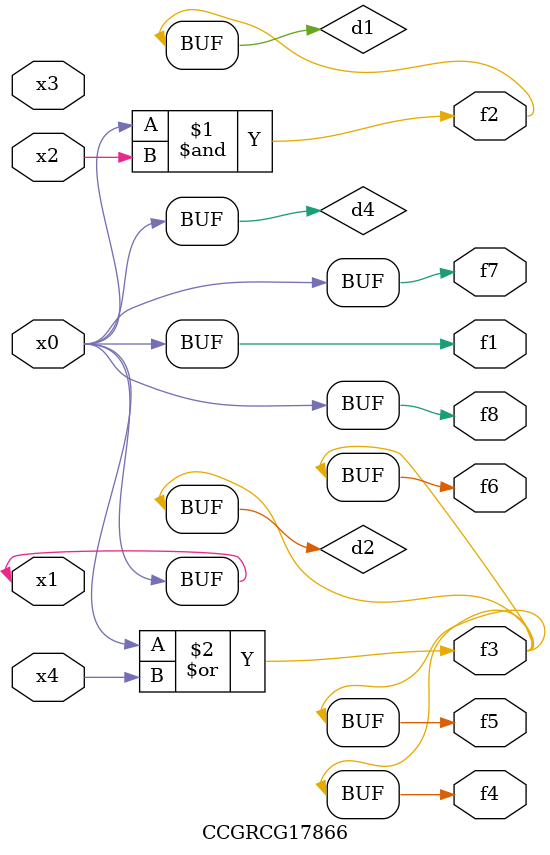
<source format=v>
module CCGRCG17866(
	input x0, x1, x2, x3, x4,
	output f1, f2, f3, f4, f5, f6, f7, f8
);

	wire d1, d2, d3, d4;

	and (d1, x0, x2);
	or (d2, x0, x4);
	nand (d3, x0, x2);
	buf (d4, x0, x1);
	assign f1 = d4;
	assign f2 = d1;
	assign f3 = d2;
	assign f4 = d2;
	assign f5 = d2;
	assign f6 = d2;
	assign f7 = d4;
	assign f8 = d4;
endmodule

</source>
